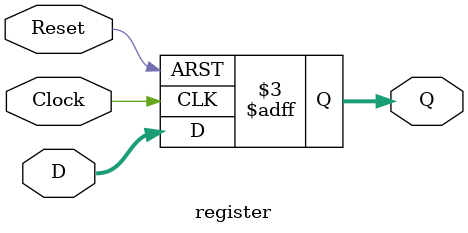
<source format=v>
`default_nettype none
module register(
   input Clock,
   input Reset,
   input [N-1:0] D,
   output reg [N-1:0] Q
   );
   parameter N = 16;
   
   always @(posedge Clock, negedge Reset)
      if (~Reset)
         Q <= {N{1'b0}};
      else
         Q <= D;
   
endmodule

</source>
